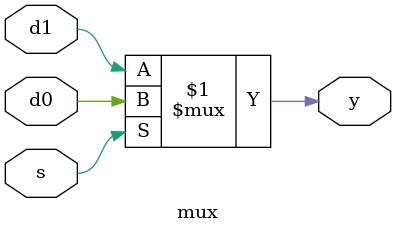
<source format=sv>

module mux(
    input s,
    input d0,
    input d1,
    output y
    );
    assign y=s?d0:d1;
endmodule
</source>
